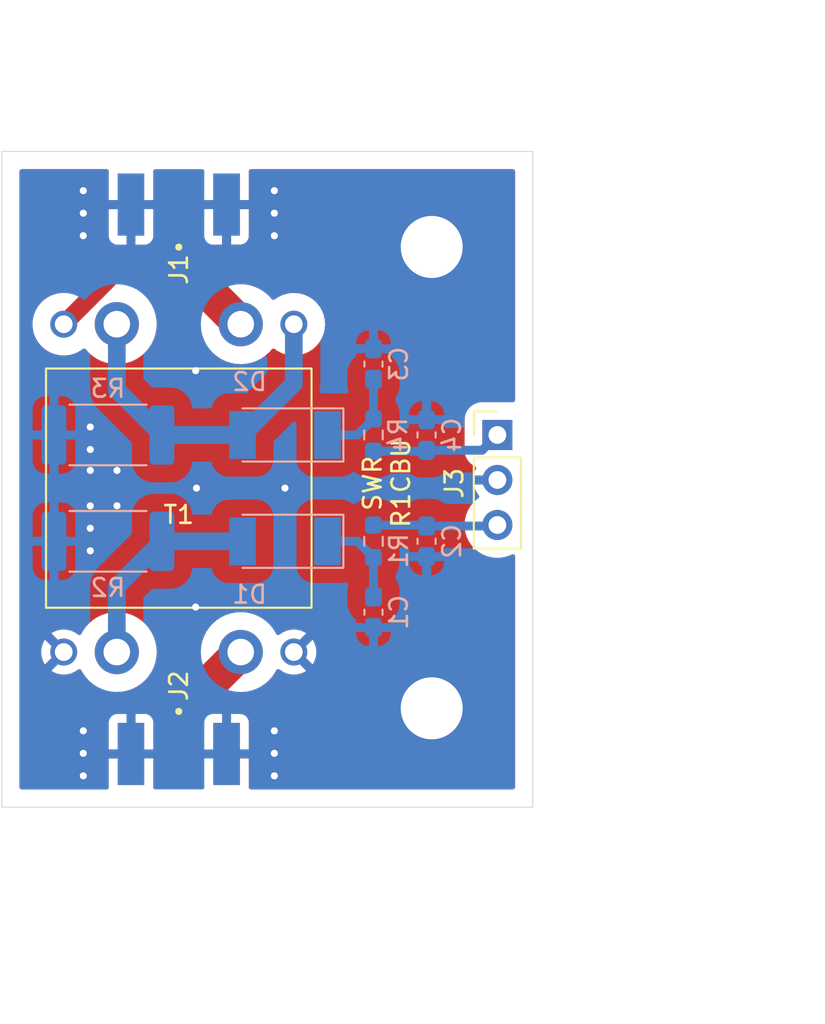
<source format=kicad_pcb>
(kicad_pcb (version 20210824) (generator pcbnew)
  (layers (0 "F.Cu" signal) (31 "B.Cu" signal) (34 "B.Paste" user) (35 "F.Paste" user) (36 "B.SilkS" user "B.Silkscreen") (37 "F.SilkS" user "F.Silkscreen") (38 "B.Mask" user) (39 "F.Mask" user) (44 "Edge.Cuts" user))
  (net 0 "")
  (net 1 "Net-(C1-Pad2)")
  (net 2 "GND")
  (net 3 "Net-(C2-Pad2)")
  (net 4 "Net-(C3-Pad1)")
  (net 5 "Net-(C4-Pad1)")
  (net 6 "Net-(D1-Pad2)")
  (net 7 "Net-(D2-Pad2)")
  (net 8 "Net-(J1-Pad1)")
  (net 9 "Net-(J2-Pad1)")
  (footprint "kicad:RFSOLUTIONS_CON-SMA-EDGE-S" (layer "F.Cu") (at 147 70 -90)
    (fp_text reference "J1" (at 3.66 0 90) (layer "F.SilkS"))
    (fp_text value "RF Out")
    (fp_circle (center 2.4 0) (end 2.5 0) (layer "F.SilkS") (width 0.2) (fill none))
    (pad "1" smd rect locked (at 0 0 270) (size 3.5 1.5) (layers "F.Cu" "F.Paste" "F.Mask") (net 8 "Net-(J1-Pad1)"))
    (pad "2" smd rect locked (at 0 2.7 270) (size 3.5 1.5) (layers "B.Cu" "B.Paste" "B.Mask") (net 2 "GND"))
    (pad "2" smd rect locked (at 0 -2.7 270) (size 3.5 1.5) (layers "B.Cu" "B.Paste" "B.Mask") (net 2 "GND"))
    (pad "2" smd rect locked (at 0 -2.7 270) (size 3.5 1.5) (layers "F.Cu" "F.Paste" "F.Mask") (net 2 "GND"))
    (pad "2" smd rect locked (at 0 2.7 270) (size 3.5 1.5) (layers "F.Cu" "F.Paste" "F.Mask") (net 2 "GND"))
  )
  (footprint "kicad:RFSOLUTIONS_CON-SMA-EDGE-S" (layer "F.Cu") (at 147 101 90)
    (fp_text reference "J2" (at 3.845 0 270) (layer "F.SilkS"))
    (fp_text value "RF In")
    (fp_circle (center 2.4 0) (end 2.5 0) (layer "F.SilkS") (width 0.2) (fill none))
    (pad "1" smd rect locked (at 0 0 90) (size 3.5 1.5) (layers "F.Cu" "F.Paste" "F.Mask") (net 9 "Net-(J2-Pad1)"))
    (pad "2" smd rect locked (at 0 -2.7 90) (size 3.5 1.5) (layers "F.Cu" "F.Paste" "F.Mask") (net 2 "GND"))
    (pad "2" smd rect locked (at 0 -2.7 90) (size 3.5 1.5) (layers "B.Cu" "B.Paste" "B.Mask") (net 2 "GND"))
    (pad "2" smd rect locked (at 0 2.7 90) (size 3.5 1.5) (layers "B.Cu" "B.Paste" "B.Mask") (net 2 "GND"))
    (pad "2" smd rect locked (at 0 2.7 90) (size 3.5 1.5) (layers "F.Cu" "F.Paste" "F.Mask") (net 2 "GND"))
  )
  (footprint "Connector_PinHeader_2.54mm:PinHeader_1x03_P2.54mm_Vertical" (layer "F.Cu") (at 165 83)
    (fp_text reference "J3" (at -2.44 2.725 90) (layer "F.SilkS"))
    (fp_text value "Conn_01x03_Male")
    (fp_line (start -1.33 6.41) (end 1.33 6.41) (layer "F.SilkS") (width 0.12))
    (fp_line (start -1.33 1.27) (end 1.33 1.27) (layer "F.SilkS") (width 0.12))
    (fp_line (start -1.33 1.27) (end -1.33 6.41) (layer "F.SilkS") (width 0.12))
    (fp_line (start -1.33 0) (end -1.33 -1.33) (layer "F.SilkS") (width 0.12))
    (fp_line (start -1.33 -1.33) (end 0 -1.33) (layer "F.SilkS") (width 0.12))
    (fp_line (start 1.33 1.27) (end 1.33 6.41) (layer "F.SilkS") (width 0.12))
    (pad "1" thru_hole rect locked (at 0 0) (size 1.7 1.7) (drill 1) (layers *.Cu *.Mask) (net 5 "Net-(C4-Pad1)"))
    (pad "2" thru_hole oval locked (at 0 2.54) (size 1.7 1.7) (drill 1) (layers *.Cu *.Mask) (net 2 "GND"))
    (pad "3" thru_hole oval locked (at 0 5.08) (size 1.7 1.7) (drill 1) (layers *.Cu *.Mask) (net 3 "Net-(C2-Pad2)"))
  )
  (footprint "kicad:BN43-202" (layer "F.Cu") (at 147 86)
    (fp_text reference "T1" (at 0 1.5) (layer "F.SilkS"))
    (fp_text value "BN43-202")
    (fp_line (start 7.5 -6.75) (end 7.5 6.75) (layer "F.SilkS") (width 0.12))
    (fp_line (start -7.5 6.75) (end -7.5 -6.75) (layer "F.SilkS") (width 0.12))
    (fp_line (start 7.5 6.75) (end -7.5 6.75) (layer "F.SilkS") (width 0.12))
    (fp_line (start -7.5 -6.75) (end 7.5 -6.75) (layer "F.SilkS") (width 0.12))
    (pad "1" thru_hole circle locked (at -6.5 -9.25) (size 1.524 1.524) (drill 1) (layers *.Cu *.Mask) (net 8 "Net-(J1-Pad1)"))
    (pad "2" thru_hole circle locked (at -3.5 -9.25) (size 2.5 2.5) (drill 1.5) (layers *.Cu *.Mask) (net 7 "Net-(D2-Pad2)"))
    (pad "3" thru_hole circle locked (at 3.5 -9.25) (size 2.5 2.5) (drill 1.5) (layers *.Cu *.Mask) (net 8 "Net-(J1-Pad1)"))
    (pad "4" thru_hole circle locked (at 6.5 -9.25) (size 1.524 1.524) (drill 1) (layers *.Cu *.Mask) (net 7 "Net-(D2-Pad2)"))
    (pad "5" thru_hole circle locked (at -6.5 9.25) (size 1.524 1.524) (drill 1) (layers *.Cu *.Mask) (net 2 "GND"))
    (pad "6" thru_hole circle locked (at -3.5 9.25) (size 2.5 2.5) (drill 1.5) (layers *.Cu *.Mask) (net 6 "Net-(D1-Pad2)"))
    (pad "7" thru_hole circle locked (at 3.5 9.25) (size 2.5 2.5) (drill 1.5) (layers *.Cu *.Mask) (net 9 "Net-(J2-Pad1)"))
    (pad "8" thru_hole circle locked (at 6.5 9.25) (size 1.524 1.524) (drill 1) (layers *.Cu *.Mask) (net 2 "GND"))
  )
  (footprint "MountingHole:MountingHole_3.5mm_Pad" (layer "F.Cu") (at 161.29 98.425)
    (fp_text reference "H2" hide)
    (fp_text value "MountingHole_Pad")
    (pad "1" thru_hole circle locked (at 0 0) (size 7 7) (drill 3.5) (layers *.Cu *.Mask) (net 2 "GND"))
  )
  (footprint "MountingHole:MountingHole_3.5mm_Pad" (layer "F.Cu") (at 161.29 72.39)
    (fp_text reference "H1" hide)
    (fp_text value "MountingHole_Pad")
    (pad "1" thru_hole circle locked (at 0 0) (size 7 7) (drill 3.5) (layers *.Cu *.Mask) (net 2 "GND"))
  )
  (footprint "Capacitor_SMD:C_0603_1608Metric_Pad1.08x0.95mm_HandSolder" (layer "B.Cu") (at 158 93 90)
    (fp_text reference "C1" (at 0 1.43 90) (layer "B.SilkS") (effects (justify mirror)))
    (fp_text value "10nF")
    (fp_line (start -0.146267 -0.51) (end 0.146267 -0.51) (layer "B.SilkS") (width 0.12))
    (fp_line (start -0.146267 0.51) (end 0.146267 0.51) (layer "B.SilkS") (width 0.12))
    (pad "1" smd roundrect locked (at -0.8625 0 90) (size 1.075 0.95) (layers "B.Cu" "B.Paste" "B.Mask") (net 2 "GND"))
    (pad "2" smd roundrect locked (at 0.8625 0 90) (size 1.075 0.95) (layers "B.Cu" "B.Paste" "B.Mask") (net 1 "Net-(C1-Pad2)"))
  )
  (footprint "Capacitor_SMD:C_0603_1608Metric_Pad1.08x0.95mm_HandSolder" (layer "B.Cu") (at 158 79 90)
    (fp_text reference "C3" (at 0 1.43 90) (layer "B.SilkS") (effects (justify mirror)))
    (fp_text value "10nF")
    (fp_line (start -0.146267 0.51) (end 0.146267 0.51) (layer "B.SilkS") (width 0.12))
    (fp_line (start -0.146267 -0.51) (end 0.146267 -0.51) (layer "B.SilkS") (width 0.12))
    (pad "1" smd roundrect locked (at -0.8625 0 90) (size 1.075 0.95) (layers "B.Cu" "B.Paste" "B.Mask") (net 4 "Net-(C3-Pad1)"))
    (pad "2" smd roundrect locked (at 0.8625 0 90) (size 1.075 0.95) (layers "B.Cu" "B.Paste" "B.Mask") (net 2 "GND"))
  )
  (footprint "Capacitor_SMD:C_0603_1608Metric_Pad1.08x0.95mm_HandSolder" (layer "B.Cu") (at 161 83 90)
    (fp_text reference "C4" (at 0 1.43 90) (layer "B.SilkS") (effects (justify mirror)))
    (fp_text value "10nF")
    (fp_line (start -0.146267 -0.51) (end 0.146267 -0.51) (layer "B.SilkS") (width 0.12))
    (fp_line (start -0.146267 0.51) (end 0.146267 0.51) (layer "B.SilkS") (width 0.12))
    (pad "1" smd roundrect locked (at -0.8625 0 90) (size 1.075 0.95) (layers "B.Cu" "B.Paste" "B.Mask") (net 5 "Net-(C4-Pad1)"))
    (pad "2" smd roundrect locked (at 0.8625 0 90) (size 1.075 0.95) (layers "B.Cu" "B.Paste" "B.Mask") (net 2 "GND"))
  )
  (footprint "Diode_SMD:D_MELF" (layer "B.Cu") (at 153 89 180)
    (fp_text reference "D1" (at 2 -3) (layer "B.SilkS") (effects (justify mirror)))
    (fp_text value "1N5711UR")
    (fp_line (start -3.3 1.5) (end -3.3 -1.5) (layer "B.SilkS") (width 0.12))
    (fp_line (start 2.4 1.5) (end -3.3 1.5) (layer "B.SilkS") (width 0.12))
    (fp_line (start -3.3 -1.5) (end 2.4 -1.5) (layer "B.SilkS") (width 0.12))
    (pad "1" smd rect locked (at -2.4 0 180) (size 1.5 2.7) (layers "B.Cu" "B.Paste" "B.Mask") (net 1 "Net-(C1-Pad2)"))
    (pad "2" smd rect locked (at 2.4 0 180) (size 1.5 2.7) (layers "B.Cu" "B.Paste" "B.Mask") (net 6 "Net-(D1-Pad2)"))
  )
  (footprint "Diode_SMD:D_MELF" (layer "B.Cu") (at 153 83 180)
    (fp_text reference "D2" (at 2 3) (layer "B.SilkS") (effects (justify mirror)))
    (fp_text value "1N5711UR")
    (fp_line (start 2.4 1.5) (end -3.3 1.5) (layer "B.SilkS") (width 0.12))
    (fp_line (start -3.3 -1.5) (end 2.4 -1.5) (layer "B.SilkS") (width 0.12))
    (fp_line (start -3.3 1.5) (end -3.3 -1.5) (layer "B.SilkS") (width 0.12))
    (pad "1" smd rect locked (at -2.4 0 180) (size 1.5 2.7) (layers "B.Cu" "B.Paste" "B.Mask") (net 4 "Net-(C3-Pad1)"))
    (pad "2" smd rect locked (at 2.4 0 180) (size 1.5 2.7) (layers "B.Cu" "B.Paste" "B.Mask") (net 7 "Net-(D2-Pad2)"))
  )
  (footprint "Resistor_SMD:R_0603_1608Metric_Pad0.98x0.95mm_HandSolder" (layer "B.Cu") (at 158 89 90)
    (fp_text reference "R1" (at -0.535 1.43 90) (layer "B.SilkS") (effects (justify mirror)))
    (fp_text value "68k")
    (fp_line (start -0.254724 0.5225) (end 0.254724 0.5225) (layer "B.SilkS") (width 0.12))
    (fp_line (start -0.254724 -0.5225) (end 0.254724 -0.5225) (layer "B.SilkS") (width 0.12))
    (pad "1" smd roundrect locked (at -0.9125 0 90) (size 0.975 0.95) (layers "B.Cu" "B.Paste" "B.Mask") (net 1 "Net-(C1-Pad2)"))
    (pad "2" smd roundrect locked (at 0.9125 0 90) (size 0.975 0.95) (layers "B.Cu" "B.Paste" "B.Mask") (net 3 "Net-(C2-Pad2)"))
  )
  (footprint "Resistor_SMD:R_2512_6332Metric_Pad1.40x3.35mm_HandSolder" (layer "B.Cu") (at 143 89)
    (fp_text reference "R2" (at 0 2.62) (layer "B.SilkS") (effects (justify mirror)))
    (fp_text value "50R")
    (fp_line (start -2.177064 -1.71) (end 2.177064 -1.71) (layer "B.SilkS") (width 0.12))
    (fp_line (start -2.177064 1.71) (end 2.177064 1.71) (layer "B.SilkS") (width 0.12))
    (pad "1" smd roundrect locked (at -3.05 0) (size 1.4 3.35) (layers "B.Cu" "B.Paste" "B.Mask") (roundrect_rratio 0.1785707143) (net 2 "GND"))
    (pad "2" smd roundrect locked (at 3.05 0) (size 1.4 3.35) (layers "B.Cu" "B.Paste" "B.Mask") (roundrect_rratio 0.1785707143) (net 6 "Net-(D1-Pad2)"))
  )
  (footprint "Resistor_SMD:R_2512_6332Metric_Pad1.40x3.35mm_HandSolder" (layer "B.Cu") (at 143 83 180)
    (fp_text reference "R3" (at 0 2.62) (layer "B.SilkS") (effects (justify mirror)))
    (fp_text value "50R")
    (fp_line (start -2.177064 -1.71) (end 2.177064 -1.71) (layer "B.SilkS") (width 0.12))
    (fp_line (start -2.177064 1.71) (end 2.177064 1.71) (layer "B.SilkS") (width 0.12))
    (pad "1" smd roundrect locked (at -3.05 0 180) (size 1.4 3.35) (layers "B.Cu" "B.Paste" "B.Mask") (roundrect_rratio 0.1785707143) (net 7 "Net-(D2-Pad2)"))
    (pad "2" smd roundrect locked (at 3.05 0 180) (size 1.4 3.35) (layers "B.Cu" "B.Paste" "B.Mask") (roundrect_rratio 0.1785707143) (net 2 "GND"))
  )
  (footprint "Resistor_SMD:R_0603_1608Metric_Pad0.98x0.95mm_HandSolder" (layer "B.Cu") (at 158 83 -90)
    (fp_text reference "R4" (at 0 -1.385 90) (layer "B.SilkS") (effects (justify mirror)))
    (fp_text value "68k")
    (fp_line (start -0.254724 -0.5225) (end 0.254724 -0.5225) (layer "B.SilkS") (width 0.12))
    (fp_line (start -0.254724 0.5225) (end 0.254724 0.5225) (layer "B.SilkS") (width 0.12))
    (pad "1" smd roundrect locked (at -0.9125 0 270) (size 0.975 0.95) (layers "B.Cu" "B.Paste" "B.Mask") (net 4 "Net-(C3-Pad1)"))
    (pad "2" smd roundrect locked (at 0.9125 0 270) (size 0.975 0.95) (layers "B.Cu" "B.Paste" "B.Mask") (net 5 "Net-(C4-Pad1)"))
  )
  (footprint "Capacitor_SMD:C_0603_1608Metric_Pad1.08x0.95mm_HandSolder" (layer "B.Cu") (at 161 89 90)
    (fp_text reference "C2" (at 0 1.43 90) (layer "B.SilkS") (effects (justify mirror)))
    (fp_text value "10nF")
    (fp_line (start -0.146267 0.51) (end 0.146267 0.51) (layer "B.SilkS") (width 0.12))
    (fp_line (start -0.146267 -0.51) (end 0.146267 -0.51) (layer "B.SilkS") (width 0.12))
    (pad "1" smd roundrect locked (at -0.8625 0 90) (size 1.075 0.95) (layers "B.Cu" "B.Paste" "B.Mask") (net 2 "GND"))
    (pad "2" smd roundrect locked (at 0.8625 0 90) (size 1.075 0.95) (layers "B.Cu" "B.Paste" "B.Mask") (net 3 "Net-(C2-Pad2)"))
  )
  (gr_line (start 137 104) (end 137 67) (layer "Edge.Cuts") (width 0.05))
  (gr_line (start 137 67) (end 167 67) (layer "Edge.Cuts") (width 0.05))
  (gr_line (start 167 67) (end 167 104) (layer "Edge.Cuts") (width 0.05))
  (gr_line (start 167 104) (end 137 104) (layer "Edge.Cuts") (width 0.05))
  (gr_text "SWR\nR1CBU" (at 158.75 85.725 90) (layer "F.SilkS") (effects (font (size 1 1))))
  (segment (start 158 89.9125) (end 158 92.1375) (width 0.5) (layer "B.Cu") (net 1))
  (segment (start 157.0875 89) (end 158 89.9125) (width 0.5) (layer "B.Cu") (net 1))
  (segment (start 155.4 89) (end 157.0875 89) (width 0.5) (layer "B.Cu") (net 1))
  (via (at 147.955 79.375) (size 0.8) (drill 0.4) (layers "F.Cu" "B.Cu") (net 2))
  (via (at 142 87) (size 0.8) (drill 0.4) (layers "F.Cu" "B.Cu") (net 2))
  (via (at 152.4 69.215) (size 0.8) (drill 0.4) (layers "F.Cu" "B.Cu") (net 2))
  (via (at 142 88.265) (size 0.8) (drill 0.4) (layers "F.Cu" "B.Cu") (net 2))
  (via (at 152.4 102.235) (size 0.8) (drill 0.4) (layers "F.Cu" "B.Cu") (net 2))
  (via (at 142 82.55) (size 0.8) (drill 0.4) (layers "F.Cu" "B.Cu") (net 2))
  (via (at 143.51 86.995) (size 0.8) (drill 0.4) (layers "F.Cu" "B.Cu") (net 2))
  (via (at 141.605 99.695) (size 0.8) (drill 0.4) (layers "F.Cu" "B.Cu") (net 2))
  (via (at 152.4 70.485) (size 0.8) (drill 0.4) (layers "F.Cu" "B.Cu") (net 2))
  (via (at 142 85) (size 0.8) (drill 0.4) (layers "F.Cu" "B.Cu") (net 2))
  (via (at 148 86) (size 0.8) (drill 0.4) (layers "F.Cu" "B.Cu") (net 2))
  (via (at 142 83.82) (size 0.8) (drill 0.4) (layers "F.Cu" "B.Cu") (net 2))
  (via (at 141.605 100.965) (size 0.8) (drill 0.4) (layers "F.Cu" "B.Cu") (net 2))
  (via (at 152.4 99.695) (size 0.8) (drill 0.4) (layers "F.Cu" "B.Cu") (net 2))
  (via (at 152.4 100.965) (size 0.8) (drill 0.4) (layers "F.Cu" "B.Cu") (net 2))
  (via (at 141.605 70.485) (size 0.8) (drill 0.4) (layers "F.Cu" "B.Cu") (net 2))
  (via (at 152.4 71.755) (size 0.8) (drill 0.4) (layers "F.Cu" "B.Cu") (net 2))
  (via (at 141.605 69.215) (size 0.8) (drill 0.4) (layers "F.Cu" "B.Cu") (net 2))
  (via (at 143.51 85) (size 0.8) (drill 0.4) (layers "F.Cu" "B.Cu") (net 2))
  (via (at 147.955 92.71) (size 0.8) (drill 0.4) (layers "F.Cu" "B.Cu") (net 2))
  (via (at 153 86) (size 0.8) (drill 0.4) (layers "F.Cu" "B.Cu") (net 2))
  (via (at 141.605 102.235) (size 0.8) (drill 0.4) (layers "F.Cu" "B.Cu") (net 2))
  (via (at 142 89.535) (size 0.8) (drill 0.4) (layers "F.Cu" "B.Cu") (net 2))
  (via (at 141.605 71.755) (size 0.8) (drill 0.4) (layers "F.Cu" "B.Cu") (net 2))
  (segment (start 160.95 88.0875) (end 161 88.1375) (width 0.5) (layer "B.Cu") (net 3))
  (segment (start 158 88.0875) (end 160.95 88.0875) (width 0.5) (layer "B.Cu") (net 3))
  (segment (start 161 88.1375) (end 164.9425 88.1375) (width 0.5) (layer "B.Cu") (net 3))
  (segment (start 164.9425 88.1375) (end 165 88.08) (width 0.5) (layer "B.Cu") (net 3))
  (segment (start 155.4 83) (end 157.0875 83) (width 0.5) (layer "B.Cu") (net 4))
  (segment (start 157.0875 83) (end 158 82.0875) (width 0.5) (layer "B.Cu") (net 4))
  (segment (start 158 82.0875) (end 158 79.8625) (width 0.5) (layer "B.Cu") (net 4))
  (segment (start 160.95 83.9125) (end 161 83.8625) (width 0.5) (layer "B.Cu") (net 5))
  (segment (start 161 83.8625) (end 164.1375 83.8625) (width 0.5) (layer "B.Cu") (net 5))
  (segment (start 164.1375 83.8625) (end 165 83) (width 0.5) (layer "B.Cu") (net 5))
  (segment (start 158 83.9125) (end 160.95 83.9125) (width 0.5) (layer "B.Cu") (net 5))
  (segment (start 143.5 95.25) (end 143.5 91.55) (width 1) (layer "B.Cu") (net 6))
  (segment (start 143.5 91.55) (end 146.05 89) (width 1) (layer "B.Cu") (net 6))
  (segment (start 146.05 89) (end 150.6 89) (width 1) (layer "B.Cu") (net 6))
  (segment (start 153.5 76.75) (end 153.5 80.1) (width 1) (layer "B.Cu") (net 7))
  (segment (start 153.5 80.1) (end 150.6 83) (width 1) (layer "B.Cu") (net 7))
  (segment (start 143.5 80.45) (end 146.05 83) (width 1) (layer "B.Cu") (net 7))
  (segment (start 143.5 76.75) (end 143.5 80.45) (width 1) (layer "B.Cu") (net 7))
  (segment (start 146.05 83) (end 150.6 83) (width 1) (layer "B.Cu") (net 7))
  (segment (start 140.5 76.75) (end 144 73.25) (width 1) (layer "F.Cu") (net 8))
  (segment (start 144 73.25) (end 147 73.25) (width 1) (layer "F.Cu") (net 8))
  (segment (start 150.5 76.75) (end 147 73.25) (width 2) (layer "F.Cu") (net 8))
  (segment (start 147 73.25) (end 147 70) (width 2) (layer "F.Cu") (net 8))
  (segment (start 147 101) (end 147 98.75) (width 2) (layer "F.Cu") (net 9))
  (segment (start 147 98.75) (end 150.5 95.25) (width 2) (layer "F.Cu") (net 9))
  (zone (net 2) (net_name "GND") (layer "F.Cu") (connect_pads (clearance 1)) (min_thickness 0.254) (fill yes (thermal_gap 0.508) (thermal_bridge_width 0.508))
    (polygon (pts (xy 167 104) (xy 137 104) (xy 137 67) (xy 167 67)))
  )
  (zone (net 2) (net_name "GND") (layer "B.Cu") (connect_pads (clearance 1)) (min_thickness 0.254) (fill yes (thermal_gap 0.508) (thermal_bridge_width 0.508))
    (polygon (pts (xy 167 104) (xy 137 104) (xy 137 67) (xy 167 67)))
  )
)
</source>
